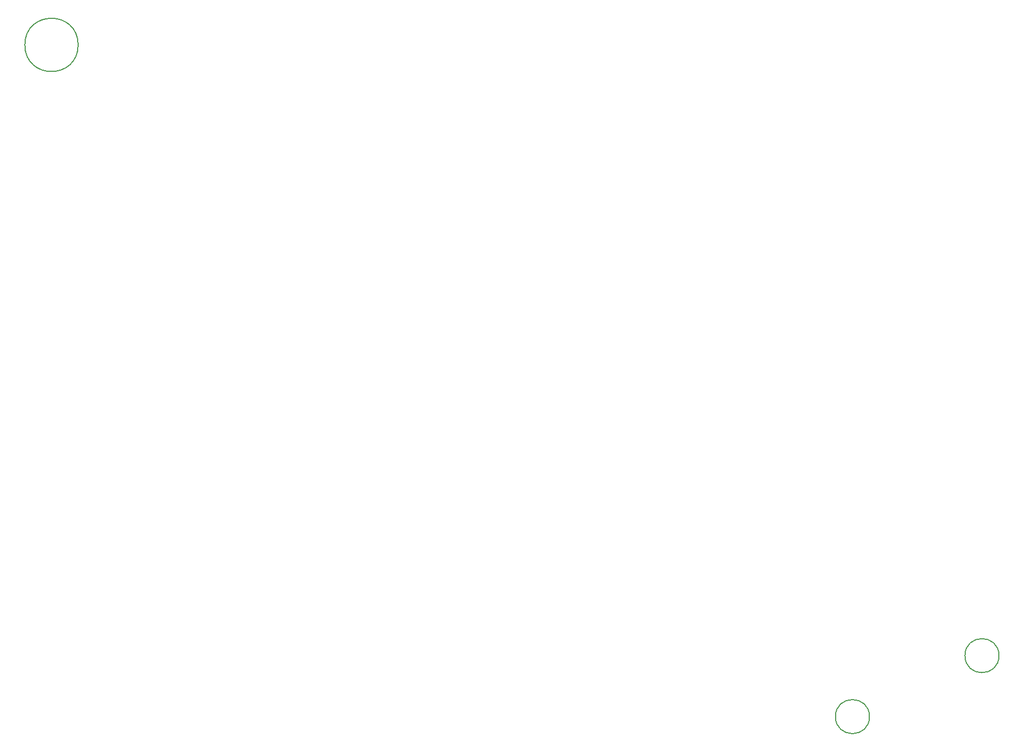
<source format=gbr>
%TF.GenerationSoftware,KiCad,Pcbnew,8.0.2*%
%TF.CreationDate,2024-06-17T18:52:01+02:00*%
%TF.ProjectId,PT4115-Miniboard,50543431-3135-42d4-9d69-6e69626f6172,rev?*%
%TF.SameCoordinates,Original*%
%TF.FileFunction,Other,Comment*%
%FSLAX46Y46*%
G04 Gerber Fmt 4.6, Leading zero omitted, Abs format (unit mm)*
G04 Created by KiCad (PCBNEW 8.0.2) date 2024-06-17 18:52:01*
%MOMM*%
%LPD*%
G01*
G04 APERTURE LIST*
%ADD10C,0.150000*%
G04 APERTURE END LIST*
D10*
%TO.C,H2*%
X157500000Y-103250000D02*
G75*
G02*
X152000000Y-103250000I-2750000J0D01*
G01*
X152000000Y-103250000D02*
G75*
G02*
X157500000Y-103250000I2750000J0D01*
G01*
%TO.C,H3*%
X8875000Y-4575000D02*
G75*
G02*
X275000Y-4575000I-4300000J0D01*
G01*
X275000Y-4575000D02*
G75*
G02*
X8875000Y-4575000I4300000J0D01*
G01*
%TO.C,H1*%
X136600000Y-113100000D02*
G75*
G02*
X131100000Y-113100000I-2750000J0D01*
G01*
X131100000Y-113100000D02*
G75*
G02*
X136600000Y-113100000I2750000J0D01*
G01*
%TD*%
M02*

</source>
